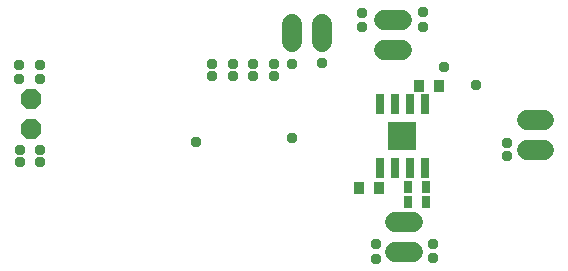
<source format=gbr>
G04 EAGLE Gerber RS-274X export*
G75*
%MOMM*%
%FSLAX34Y34*%
%LPD*%
%INSoldermask Bottom*%
%IPPOS*%
%AMOC8*
5,1,8,0,0,1.08239X$1,22.5*%
G01*
%ADD10R,0.703200X1.016000*%
%ADD11R,0.762000X1.663700*%
%ADD12R,2.489200X2.489200*%
%ADD13P,1.852186X8X202.500000*%
%ADD14R,0.858800X1.003200*%
%ADD15C,1.711200*%
%ADD16C,0.959600*%


D10*
X457400Y731100D03*
X472400Y731100D03*
D11*
X471250Y746959D03*
X458550Y746959D03*
X445850Y746959D03*
X433150Y746959D03*
X433150Y801442D03*
X445850Y801442D03*
X458550Y801442D03*
X471250Y801442D03*
D12*
X452200Y774200D03*
D10*
X472300Y717900D03*
X457300Y717900D03*
D13*
X137700Y805000D03*
X137700Y779600D03*
D14*
X432278Y730000D03*
X415722Y730000D03*
X466722Y816000D03*
X483278Y816000D03*
D15*
X452140Y846900D02*
X437060Y846900D01*
X437060Y872300D02*
X452140Y872300D01*
X446460Y701000D02*
X461540Y701000D01*
X461540Y675600D02*
X446460Y675600D01*
X359300Y853460D02*
X359300Y868540D01*
X384700Y868540D02*
X384700Y853460D01*
X557660Y787900D02*
X572740Y787900D01*
X572740Y762500D02*
X557660Y762500D01*
D16*
X146000Y822000D03*
X128000Y822000D03*
X128000Y834000D03*
X146000Y834000D03*
X344000Y825000D03*
X326000Y825000D03*
X309000Y825000D03*
X291000Y825000D03*
X291000Y835000D03*
X309000Y835000D03*
X326000Y835000D03*
X344000Y835000D03*
X359000Y835000D03*
X129000Y762000D03*
X146000Y762000D03*
X129000Y752000D03*
X146000Y752000D03*
X359000Y772000D03*
X278000Y769000D03*
X541000Y768000D03*
X541000Y757000D03*
X478000Y683000D03*
X478000Y671000D03*
X430000Y683000D03*
X430000Y670000D03*
X418000Y878000D03*
X418000Y866000D03*
X470000Y879000D03*
X470000Y866000D03*
X384000Y836000D03*
X487500Y832300D03*
X515000Y817000D03*
M02*

</source>
